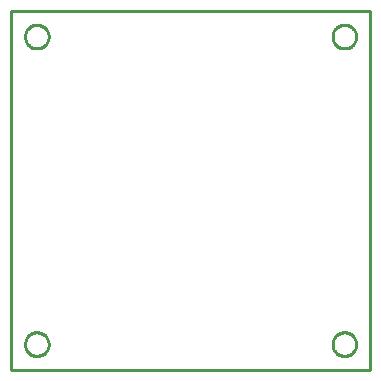
<source format=gbr>
G04 EAGLE Gerber RS-274X export*
G75*
%MOMM*%
%FSLAX34Y34*%
%LPD*%
%IN*%
%IPPOS*%
%AMOC8*
5,1,8,0,0,1.08239X$1,22.5*%
G01*
%ADD10C,0.254000*%


D10*
X15875Y682625D02*
X320475Y682625D01*
X320475Y987300D01*
X15875Y987300D01*
X15875Y682625D01*
X308450Y964763D02*
X308374Y963894D01*
X308222Y963034D01*
X307996Y962190D01*
X307698Y961370D01*
X307329Y960578D01*
X306892Y959822D01*
X306391Y959107D01*
X305830Y958438D01*
X305212Y957820D01*
X304543Y957259D01*
X303828Y956758D01*
X303072Y956321D01*
X302280Y955952D01*
X301460Y955654D01*
X300616Y955428D01*
X299757Y955276D01*
X298887Y955200D01*
X298013Y955200D01*
X297144Y955276D01*
X296284Y955428D01*
X295440Y955654D01*
X294620Y955952D01*
X293828Y956321D01*
X293072Y956758D01*
X292357Y957259D01*
X291688Y957820D01*
X291070Y958438D01*
X290509Y959107D01*
X290008Y959822D01*
X289571Y960578D01*
X289202Y961370D01*
X288904Y962190D01*
X288678Y963034D01*
X288526Y963894D01*
X288450Y964763D01*
X288450Y965637D01*
X288526Y966507D01*
X288678Y967366D01*
X288904Y968210D01*
X289202Y969030D01*
X289571Y969822D01*
X290008Y970578D01*
X290509Y971293D01*
X291070Y971962D01*
X291688Y972580D01*
X292357Y973141D01*
X293072Y973642D01*
X293828Y974079D01*
X294620Y974448D01*
X295440Y974746D01*
X296284Y974972D01*
X297144Y975124D01*
X298013Y975200D01*
X298887Y975200D01*
X299757Y975124D01*
X300616Y974972D01*
X301460Y974746D01*
X302280Y974448D01*
X303072Y974079D01*
X303828Y973642D01*
X304543Y973141D01*
X305212Y972580D01*
X305830Y971962D01*
X306391Y971293D01*
X306892Y970578D01*
X307329Y969822D01*
X307698Y969030D01*
X307996Y968210D01*
X308222Y967366D01*
X308374Y966507D01*
X308450Y965637D01*
X308450Y964763D01*
X48100Y704413D02*
X48024Y703544D01*
X47872Y702684D01*
X47646Y701840D01*
X47348Y701020D01*
X46979Y700228D01*
X46542Y699472D01*
X46041Y698757D01*
X45480Y698088D01*
X44862Y697470D01*
X44193Y696909D01*
X43478Y696408D01*
X42722Y695971D01*
X41930Y695602D01*
X41110Y695304D01*
X40266Y695078D01*
X39407Y694926D01*
X38537Y694850D01*
X37663Y694850D01*
X36794Y694926D01*
X35934Y695078D01*
X35090Y695304D01*
X34270Y695602D01*
X33478Y695971D01*
X32722Y696408D01*
X32007Y696909D01*
X31338Y697470D01*
X30720Y698088D01*
X30159Y698757D01*
X29658Y699472D01*
X29221Y700228D01*
X28852Y701020D01*
X28554Y701840D01*
X28328Y702684D01*
X28176Y703544D01*
X28100Y704413D01*
X28100Y705287D01*
X28176Y706157D01*
X28328Y707016D01*
X28554Y707860D01*
X28852Y708680D01*
X29221Y709472D01*
X29658Y710228D01*
X30159Y710943D01*
X30720Y711612D01*
X31338Y712230D01*
X32007Y712791D01*
X32722Y713292D01*
X33478Y713729D01*
X34270Y714098D01*
X35090Y714396D01*
X35934Y714622D01*
X36794Y714774D01*
X37663Y714850D01*
X38537Y714850D01*
X39407Y714774D01*
X40266Y714622D01*
X41110Y714396D01*
X41930Y714098D01*
X42722Y713729D01*
X43478Y713292D01*
X44193Y712791D01*
X44862Y712230D01*
X45480Y711612D01*
X46041Y710943D01*
X46542Y710228D01*
X46979Y709472D01*
X47348Y708680D01*
X47646Y707860D01*
X47872Y707016D01*
X48024Y706157D01*
X48100Y705287D01*
X48100Y704413D01*
X48100Y964763D02*
X48024Y963894D01*
X47872Y963034D01*
X47646Y962190D01*
X47348Y961370D01*
X46979Y960578D01*
X46542Y959822D01*
X46041Y959107D01*
X45480Y958438D01*
X44862Y957820D01*
X44193Y957259D01*
X43478Y956758D01*
X42722Y956321D01*
X41930Y955952D01*
X41110Y955654D01*
X40266Y955428D01*
X39407Y955276D01*
X38537Y955200D01*
X37663Y955200D01*
X36794Y955276D01*
X35934Y955428D01*
X35090Y955654D01*
X34270Y955952D01*
X33478Y956321D01*
X32722Y956758D01*
X32007Y957259D01*
X31338Y957820D01*
X30720Y958438D01*
X30159Y959107D01*
X29658Y959822D01*
X29221Y960578D01*
X28852Y961370D01*
X28554Y962190D01*
X28328Y963034D01*
X28176Y963894D01*
X28100Y964763D01*
X28100Y965637D01*
X28176Y966507D01*
X28328Y967366D01*
X28554Y968210D01*
X28852Y969030D01*
X29221Y969822D01*
X29658Y970578D01*
X30159Y971293D01*
X30720Y971962D01*
X31338Y972580D01*
X32007Y973141D01*
X32722Y973642D01*
X33478Y974079D01*
X34270Y974448D01*
X35090Y974746D01*
X35934Y974972D01*
X36794Y975124D01*
X37663Y975200D01*
X38537Y975200D01*
X39407Y975124D01*
X40266Y974972D01*
X41110Y974746D01*
X41930Y974448D01*
X42722Y974079D01*
X43478Y973642D01*
X44193Y973141D01*
X44862Y972580D01*
X45480Y971962D01*
X46041Y971293D01*
X46542Y970578D01*
X46979Y969822D01*
X47348Y969030D01*
X47646Y968210D01*
X47872Y967366D01*
X48024Y966507D01*
X48100Y965637D01*
X48100Y964763D01*
X308450Y704413D02*
X308374Y703544D01*
X308222Y702684D01*
X307996Y701840D01*
X307698Y701020D01*
X307329Y700228D01*
X306892Y699472D01*
X306391Y698757D01*
X305830Y698088D01*
X305212Y697470D01*
X304543Y696909D01*
X303828Y696408D01*
X303072Y695971D01*
X302280Y695602D01*
X301460Y695304D01*
X300616Y695078D01*
X299757Y694926D01*
X298887Y694850D01*
X298013Y694850D01*
X297144Y694926D01*
X296284Y695078D01*
X295440Y695304D01*
X294620Y695602D01*
X293828Y695971D01*
X293072Y696408D01*
X292357Y696909D01*
X291688Y697470D01*
X291070Y698088D01*
X290509Y698757D01*
X290008Y699472D01*
X289571Y700228D01*
X289202Y701020D01*
X288904Y701840D01*
X288678Y702684D01*
X288526Y703544D01*
X288450Y704413D01*
X288450Y705287D01*
X288526Y706157D01*
X288678Y707016D01*
X288904Y707860D01*
X289202Y708680D01*
X289571Y709472D01*
X290008Y710228D01*
X290509Y710943D01*
X291070Y711612D01*
X291688Y712230D01*
X292357Y712791D01*
X293072Y713292D01*
X293828Y713729D01*
X294620Y714098D01*
X295440Y714396D01*
X296284Y714622D01*
X297144Y714774D01*
X298013Y714850D01*
X298887Y714850D01*
X299757Y714774D01*
X300616Y714622D01*
X301460Y714396D01*
X302280Y714098D01*
X303072Y713729D01*
X303828Y713292D01*
X304543Y712791D01*
X305212Y712230D01*
X305830Y711612D01*
X306391Y710943D01*
X306892Y710228D01*
X307329Y709472D01*
X307698Y708680D01*
X307996Y707860D01*
X308222Y707016D01*
X308374Y706157D01*
X308450Y705287D01*
X308450Y704413D01*
M02*

</source>
